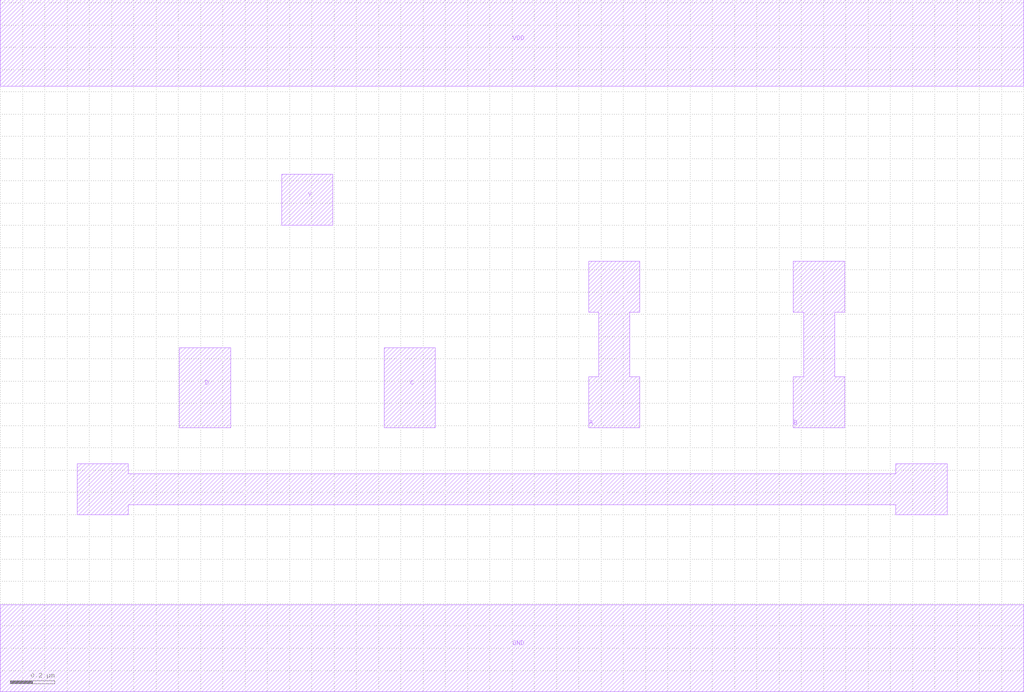
<source format=lef>
MACRO AOI22X1
 CLASS CORE ;
 ORIGIN 0 0 ;
 FOREIGN AOI22X1 0 0 ;
 SITE CORE ;
 SYMMETRY X Y R90 ;
  PIN VDD
   DIRECTION INOUT ;
   USE SIGNAL ;
   SHAPE ABUTMENT ;
    PORT
     CLASS CORE ;
       LAYER metal2 ;
        RECT 0.00000000 2.52500000 4.60000000 2.91500000 ;
    END
  END VDD

  PIN GND
   DIRECTION INOUT ;
   USE SIGNAL ;
   SHAPE ABUTMENT ;
    PORT
     CLASS CORE ;
       LAYER metal2 ;
        RECT 0.00000000 -0.19500000 4.60000000 0.19500000 ;
    END
  END GND

  PIN Y
   DIRECTION INOUT ;
   USE SIGNAL ;
   SHAPE ABUTMENT ;
    PORT
     CLASS CORE ;
       LAYER metal2 ;
        POLYGON 0.34500000 0.60000000 0.34500000 0.83000000 0.57500000 0.83000000 0.57500000 0.78500000 4.02500000 0.78500000 4.02500000 0.83000000 4.25500000 0.83000000 4.25500000 0.60000000 4.02500000 0.60000000 4.02500000 0.64500000 0.57500000 0.64500000 0.57500000 0.60000000 ;
       LAYER metal2 ;
        RECT 1.26500000 1.90000000 1.49500000 2.13000000 ;
    END
  END Y

  PIN C
   DIRECTION INOUT ;
   USE SIGNAL ;
   SHAPE ABUTMENT ;
    PORT
     CLASS CORE ;
       LAYER metal2 ;
        RECT 1.72500000 0.99000000 1.95500000 1.35000000 ;
    END
  END C

  PIN B
   DIRECTION INOUT ;
   USE SIGNAL ;
   SHAPE ABUTMENT ;
    PORT
     CLASS CORE ;
       LAYER metal2 ;
        POLYGON 3.56500000 0.99000000 3.56500000 1.22000000 3.61000000 1.22000000 3.61000000 1.51000000 3.56500000 1.51000000 3.56500000 1.74000000 3.79500000 1.74000000 3.79500000 1.51000000 3.75000000 1.51000000 3.75000000 1.22000000 3.79500000 1.22000000 3.79500000 0.99000000 ;
    END
  END B

  PIN D
   DIRECTION INOUT ;
   USE SIGNAL ;
   SHAPE ABUTMENT ;
    PORT
     CLASS CORE ;
       LAYER metal2 ;
        RECT 0.80500000 0.99000000 1.03500000 1.35000000 ;
    END
  END D

  PIN A
   DIRECTION INOUT ;
   USE SIGNAL ;
   SHAPE ABUTMENT ;
    PORT
     CLASS CORE ;
       LAYER metal2 ;
        POLYGON 2.64500000 0.99000000 2.64500000 1.22000000 2.69000000 1.22000000 2.69000000 1.51000000 2.64500000 1.51000000 2.64500000 1.74000000 2.87500000 1.74000000 2.87500000 1.51000000 2.83000000 1.51000000 2.83000000 1.22000000 2.87500000 1.22000000 2.87500000 0.99000000 ;
    END
  END A


END AOI22X1

</source>
